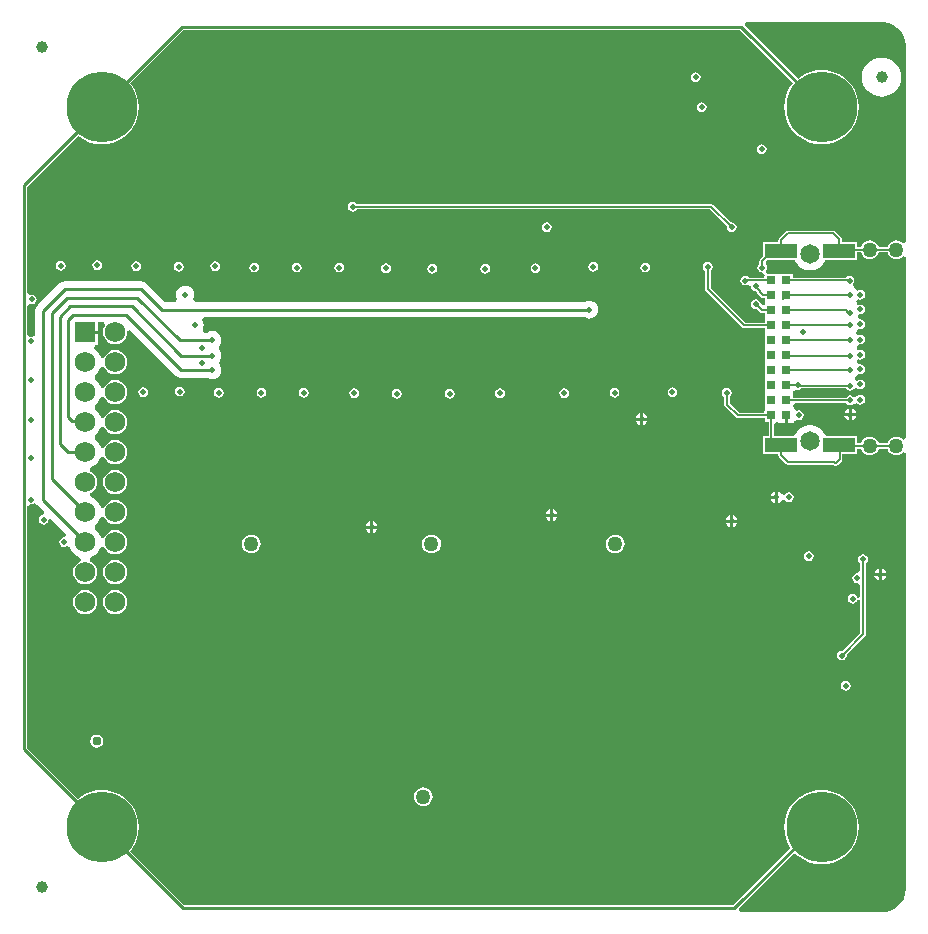
<source format=gbl>
G04*
G04 #@! TF.GenerationSoftware,Altium Limited,Altium Designer,24.1.2 (44)*
G04*
G04 Layer_Physical_Order=4*
G04 Layer_Color=16711680*
%FSLAX44Y44*%
%MOMM*%
G71*
G04*
G04 #@! TF.SameCoordinates,4D670051-7F49-4B36-91F3-1F1B1C4DC3BF*
G04*
G04*
G04 #@! TF.FilePolarity,Positive*
G04*
G01*
G75*
%ADD11C,0.2540*%
%ADD16C,0.1270*%
%ADD60C,1.7400*%
%ADD61R,1.7400X1.7400*%
%ADD62C,1.6510*%
%ADD64C,0.1524*%
%ADD65C,1.0000*%
%ADD66C,0.2390*%
%ADD68C,0.1575*%
%ADD69C,0.7874*%
%ADD70C,1.2700*%
%ADD71C,6.0000*%
%ADD72C,0.5080*%
%ADD73R,0.8000X0.8000*%
%ADD74R,2.7000X1.2000*%
G36*
X361684Y375658D02*
X365481Y374085D01*
X368897Y371803D01*
X371803Y368897D01*
X374085Y365481D01*
X375658Y361684D01*
X376459Y357654D01*
Y355500D01*
X376459Y190359D01*
X373919Y189497D01*
X373784Y189674D01*
X372139Y190936D01*
X370224Y191729D01*
X368168Y192000D01*
X366113Y191729D01*
X364197Y190936D01*
X362552Y189674D01*
X361290Y188029D01*
X360611Y186389D01*
X353119D01*
X352440Y188029D01*
X351178Y189674D01*
X349533Y190936D01*
X347617Y191729D01*
X345562Y192000D01*
X343507Y191729D01*
X341591Y190936D01*
X339946Y189674D01*
X338684Y188029D01*
X338005Y186389D01*
X334524D01*
Y190624D01*
X321831D01*
Y193000D01*
X321653Y193892D01*
X321148Y194648D01*
X316148Y199648D01*
X315392Y200153D01*
X314500Y200331D01*
X276000D01*
X275108Y200153D01*
X274352Y199648D01*
X268852Y194148D01*
X268347Y193392D01*
X268169Y192500D01*
Y190624D01*
X255476D01*
Y178772D01*
X252852Y176148D01*
X252347Y175392D01*
X252169Y174500D01*
Y172330D01*
X251570Y171930D01*
X250672Y170586D01*
X250356Y169000D01*
X250672Y167414D01*
X251570Y166070D01*
X252914Y165172D01*
X254500Y164856D01*
X254746Y164905D01*
X256572Y163021D01*
X256251Y160481D01*
X243230D01*
X242930Y160930D01*
X241586Y161828D01*
X240000Y162144D01*
X238414Y161828D01*
X237070Y160930D01*
X236172Y159586D01*
X235856Y158000D01*
X236172Y156414D01*
X237070Y155070D01*
X238414Y154172D01*
X240000Y153856D01*
X241586Y154172D01*
X242083Y154504D01*
X244671Y153692D01*
X244912Y153279D01*
X244856Y153000D01*
X245172Y151414D01*
X246070Y150070D01*
X247414Y149172D01*
X249000Y148856D01*
X250298Y147657D01*
X250803Y146901D01*
X253902Y143802D01*
X254658Y143297D01*
X255550Y143119D01*
X256776D01*
Y139926D01*
X256776D01*
Y138477D01*
X255776Y137619D01*
X253266Y138050D01*
X253096Y138239D01*
X252828Y139586D01*
X251930Y140930D01*
X250586Y141828D01*
X249000Y142144D01*
X247414Y141828D01*
X246070Y140930D01*
X245172Y139586D01*
X244856Y138000D01*
X245172Y136414D01*
X246070Y135070D01*
X247414Y134172D01*
X249000Y133856D01*
X249707Y133997D01*
X252602Y131102D01*
X253358Y130597D01*
X254250Y130419D01*
X256776D01*
Y127226D01*
X256776D01*
Y125574D01*
X256776D01*
Y122381D01*
X240415D01*
X210831Y151965D01*
Y166170D01*
X211430Y166570D01*
X212328Y167914D01*
X212644Y169500D01*
X212328Y171086D01*
X211430Y172430D01*
X210086Y173328D01*
X208500Y173644D01*
X206914Y173328D01*
X205570Y172430D01*
X204672Y171086D01*
X204356Y169500D01*
X204672Y167914D01*
X205570Y166570D01*
X206169Y166170D01*
Y151000D01*
X206347Y150108D01*
X206852Y149352D01*
X237802Y118402D01*
X238558Y117897D01*
X239450Y117719D01*
X256776D01*
Y114526D01*
X256776D01*
Y112874D01*
X256776D01*
Y101826D01*
X256776D01*
Y100174D01*
X256776D01*
Y89126D01*
X256776D01*
Y87474D01*
X256776D01*
Y76426D01*
X256776D01*
Y74774D01*
X256776D01*
Y64614D01*
X256776Y62074D01*
X256776Y61186D01*
Y51914D01*
X256776Y49374D01*
X256776Y48721D01*
X256209Y46181D01*
X234615D01*
X226831Y53965D01*
Y59670D01*
X227430Y60070D01*
X228328Y61414D01*
X228644Y63000D01*
X228328Y64586D01*
X227430Y65930D01*
X226086Y66828D01*
X224500Y67144D01*
X222914Y66828D01*
X221570Y65930D01*
X220672Y64586D01*
X220356Y63000D01*
X220672Y61414D01*
X221570Y60070D01*
X222169Y59670D01*
Y53000D01*
X222347Y52108D01*
X222852Y51352D01*
X232002Y42202D01*
X232758Y41697D01*
X233650Y41519D01*
X256776D01*
Y38326D01*
X259969D01*
Y26424D01*
X255476D01*
Y11376D01*
X268169D01*
Y10360D01*
X268347Y9468D01*
X268852Y8712D01*
X274712Y2852D01*
X275468Y2347D01*
X276360Y2169D01*
X314035D01*
X314221Y1983D01*
X314977Y1478D01*
X315869Y1301D01*
X317097D01*
X317989Y1478D01*
X318745Y1983D01*
X321648Y4886D01*
X322153Y5642D01*
X322331Y6534D01*
Y11376D01*
X334524D01*
Y15611D01*
X338005D01*
X338684Y13971D01*
X339946Y12326D01*
X341591Y11064D01*
X343507Y10271D01*
X345562Y10000D01*
X347617Y10271D01*
X349533Y11064D01*
X351178Y12326D01*
X352440Y13971D01*
X353119Y15611D01*
X360611D01*
X361290Y13971D01*
X362552Y12326D01*
X364197Y11064D01*
X366113Y10271D01*
X368168Y10000D01*
X370224Y10271D01*
X372139Y11064D01*
X373784Y12326D01*
X373919Y12503D01*
X376459Y11641D01*
X376459Y-355000D01*
X376459Y-355001D01*
X376459Y-355001D01*
X376459Y-355601D01*
Y-357601D01*
X375699Y-361529D01*
X374206Y-365241D01*
X372034Y-368602D01*
X369263Y-371488D01*
X365994Y-373796D01*
X362346Y-375439D01*
X358452Y-376360D01*
X356454Y-376442D01*
X356381Y-376459D01*
X235681D01*
X234629Y-373919D01*
X281429Y-327120D01*
X282440Y-327160D01*
X286213Y-330382D01*
X290444Y-332975D01*
X295028Y-334874D01*
X299853Y-336032D01*
X304800Y-336422D01*
X309747Y-336032D01*
X314572Y-334874D01*
X319156Y-332975D01*
X323387Y-330382D01*
X327160Y-327160D01*
X330382Y-323387D01*
X332975Y-319156D01*
X334874Y-314572D01*
X336032Y-309747D01*
X336422Y-304800D01*
X336032Y-299853D01*
X334874Y-295028D01*
X332975Y-290444D01*
X330382Y-286213D01*
X327160Y-282440D01*
X323387Y-279218D01*
X319156Y-276625D01*
X314572Y-274726D01*
X309747Y-273568D01*
X304800Y-273179D01*
X299853Y-273568D01*
X295028Y-274726D01*
X290444Y-276625D01*
X286213Y-279218D01*
X282440Y-282440D01*
X279218Y-286213D01*
X276625Y-290444D01*
X274726Y-295028D01*
X273568Y-299853D01*
X273179Y-304800D01*
X273568Y-309747D01*
X274726Y-314572D01*
X276625Y-319156D01*
X278415Y-322076D01*
X229840Y-370651D01*
X-234920D01*
X-280584Y-324987D01*
X-279218Y-323387D01*
X-276625Y-319156D01*
X-274726Y-314572D01*
X-273568Y-309747D01*
X-273179Y-304800D01*
X-273568Y-299853D01*
X-274726Y-295028D01*
X-276625Y-290444D01*
X-279218Y-286213D01*
X-282440Y-282440D01*
X-286213Y-279218D01*
X-290444Y-276625D01*
X-295028Y-274726D01*
X-299853Y-273568D01*
X-304800Y-273179D01*
X-309747Y-273568D01*
X-314572Y-274726D01*
X-319156Y-276625D01*
X-323387Y-279218D01*
X-324987Y-280584D01*
X-367991Y-237580D01*
Y-33110D01*
X-367371Y-32530D01*
X-365451Y-31454D01*
X-364500Y-31644D01*
X-362914Y-31328D01*
X-362590Y-31111D01*
X-361344Y-30561D01*
X-359369Y-31708D01*
X-359024Y-32224D01*
X-353353Y-37895D01*
X-353688Y-39171D01*
X-354403Y-40437D01*
X-355586Y-40672D01*
X-356930Y-41570D01*
X-357828Y-42914D01*
X-358144Y-44500D01*
X-357828Y-46086D01*
X-356930Y-47430D01*
X-355586Y-48328D01*
X-354000Y-48644D01*
X-352414Y-48328D01*
X-351070Y-47430D01*
X-350172Y-46086D01*
X-349937Y-44903D01*
X-348671Y-44188D01*
X-347395Y-43853D01*
X-334718Y-56530D01*
X-334792Y-57106D01*
X-336500Y-59356D01*
X-338086Y-59672D01*
X-339430Y-60570D01*
X-340328Y-61914D01*
X-340644Y-63500D01*
X-340328Y-65086D01*
X-339430Y-66430D01*
X-338086Y-67328D01*
X-336500Y-67644D01*
X-334914Y-67328D01*
X-334678Y-67170D01*
X-334117Y-67154D01*
X-331854Y-67929D01*
X-331739Y-68029D01*
X-330737Y-70449D01*
X-328528Y-73328D01*
X-325649Y-75537D01*
X-322721Y-76750D01*
X-322433Y-78071D01*
X-322597Y-79448D01*
X-323856Y-79969D01*
X-325992Y-81608D01*
X-327631Y-83744D01*
X-328661Y-86231D01*
X-329012Y-88900D01*
X-328661Y-91569D01*
X-327631Y-94056D01*
X-325992Y-96192D01*
X-323856Y-97831D01*
X-321369Y-98861D01*
X-318700Y-99212D01*
X-316031Y-98861D01*
X-313544Y-97831D01*
X-311408Y-96192D01*
X-309769Y-94056D01*
X-308739Y-91569D01*
X-308388Y-88900D01*
X-308739Y-86231D01*
X-309769Y-83744D01*
X-311408Y-81608D01*
X-313544Y-79969D01*
X-314803Y-79448D01*
X-314967Y-78071D01*
X-314679Y-76750D01*
X-311751Y-75537D01*
X-308872Y-73328D01*
X-306663Y-70449D01*
X-305450Y-67521D01*
X-304128Y-67233D01*
X-302752Y-67397D01*
X-302231Y-68656D01*
X-300592Y-70792D01*
X-298456Y-72431D01*
X-295969Y-73461D01*
X-293300Y-73812D01*
X-290631Y-73461D01*
X-288144Y-72431D01*
X-286008Y-70792D01*
X-284369Y-68656D01*
X-283339Y-66169D01*
X-282988Y-63500D01*
X-283339Y-60831D01*
X-284369Y-58344D01*
X-286008Y-56208D01*
X-288144Y-54569D01*
X-290631Y-53539D01*
X-293300Y-53188D01*
X-295969Y-53539D01*
X-298456Y-54569D01*
X-300592Y-56208D01*
X-302231Y-58344D01*
X-302752Y-59603D01*
X-304128Y-59767D01*
X-305450Y-59479D01*
X-306663Y-56551D01*
X-308872Y-53672D01*
X-310623Y-52328D01*
X-310685Y-52208D01*
Y-49392D01*
X-310623Y-49272D01*
X-308872Y-47928D01*
X-306663Y-45049D01*
X-305450Y-42121D01*
X-304128Y-41833D01*
X-302752Y-41997D01*
X-302231Y-43256D01*
X-300592Y-45392D01*
X-298456Y-47031D01*
X-295969Y-48061D01*
X-293300Y-48412D01*
X-290631Y-48061D01*
X-288144Y-47031D01*
X-286008Y-45392D01*
X-284369Y-43256D01*
X-283339Y-40769D01*
X-282988Y-38100D01*
X-283339Y-35431D01*
X-284369Y-32944D01*
X-286008Y-30808D01*
X-288144Y-29169D01*
X-290631Y-28139D01*
X-293300Y-27788D01*
X-295969Y-28139D01*
X-298456Y-29169D01*
X-300592Y-30808D01*
X-302231Y-32944D01*
X-302752Y-34203D01*
X-304128Y-34367D01*
X-305450Y-34079D01*
X-306663Y-31151D01*
X-308872Y-28272D01*
X-311751Y-26063D01*
X-314679Y-24850D01*
X-314967Y-23528D01*
X-314803Y-22152D01*
X-313544Y-21631D01*
X-311408Y-19992D01*
X-309769Y-17856D01*
X-308739Y-15369D01*
X-308388Y-12700D01*
X-308739Y-10031D01*
X-309769Y-7544D01*
X-311408Y-5408D01*
X-313544Y-3769D01*
X-314803Y-3248D01*
X-314967Y-1872D01*
X-314679Y-550D01*
X-311751Y663D01*
X-308872Y2872D01*
X-306663Y5751D01*
X-305450Y8679D01*
X-304128Y8967D01*
X-302752Y8803D01*
X-302231Y7544D01*
X-300592Y5408D01*
X-298456Y3769D01*
X-295969Y2739D01*
X-293300Y2388D01*
X-290631Y2739D01*
X-288144Y3769D01*
X-286008Y5408D01*
X-284369Y7544D01*
X-283339Y10031D01*
X-282988Y12700D01*
X-283339Y15369D01*
X-284369Y17856D01*
X-286008Y19992D01*
X-288144Y21631D01*
X-290631Y22661D01*
X-293300Y23012D01*
X-295969Y22661D01*
X-298456Y21631D01*
X-300592Y19992D01*
X-302231Y17856D01*
X-302752Y16597D01*
X-304128Y16433D01*
X-305450Y16721D01*
X-306663Y19649D01*
X-308872Y22528D01*
X-310623Y23872D01*
X-310685Y23992D01*
Y26808D01*
X-310623Y26928D01*
X-308872Y28272D01*
X-306663Y31151D01*
X-305450Y34079D01*
X-304128Y34367D01*
X-302752Y34203D01*
X-302231Y32944D01*
X-300592Y30808D01*
X-298456Y29169D01*
X-295969Y28139D01*
X-293300Y27788D01*
X-290631Y28139D01*
X-288144Y29169D01*
X-286008Y30808D01*
X-284369Y32944D01*
X-283339Y35431D01*
X-282988Y38100D01*
X-283339Y40769D01*
X-284369Y43256D01*
X-286008Y45392D01*
X-288144Y47031D01*
X-290631Y48061D01*
X-293300Y48412D01*
X-295969Y48061D01*
X-298456Y47031D01*
X-300592Y45392D01*
X-302231Y43256D01*
X-302752Y41997D01*
X-304128Y41833D01*
X-305450Y42121D01*
X-306663Y45049D01*
X-308872Y47928D01*
X-310623Y49272D01*
X-310685Y49392D01*
Y52208D01*
X-310623Y52328D01*
X-308872Y53672D01*
X-306663Y56551D01*
X-305450Y59479D01*
X-304128Y59767D01*
X-302752Y59603D01*
X-302231Y58344D01*
X-300592Y56208D01*
X-298456Y54569D01*
X-295969Y53539D01*
X-293300Y53188D01*
X-290631Y53539D01*
X-288144Y54569D01*
X-286008Y56208D01*
X-284369Y58344D01*
X-283339Y60831D01*
X-282988Y63500D01*
X-283339Y66169D01*
X-284369Y68656D01*
X-286008Y70792D01*
X-288144Y72431D01*
X-290631Y73461D01*
X-293300Y73812D01*
X-295969Y73461D01*
X-298456Y72431D01*
X-300592Y70792D01*
X-302231Y68656D01*
X-302752Y67397D01*
X-304128Y67233D01*
X-305450Y67521D01*
X-306663Y70449D01*
X-308872Y73328D01*
X-310623Y74672D01*
X-310685Y74792D01*
Y77608D01*
X-310623Y77728D01*
X-308872Y79072D01*
X-306663Y81951D01*
X-305450Y84879D01*
X-304128Y85167D01*
X-302752Y85003D01*
X-302231Y83744D01*
X-300592Y81608D01*
X-298456Y79969D01*
X-295969Y78939D01*
X-293300Y78588D01*
X-290631Y78939D01*
X-288144Y79969D01*
X-286008Y81608D01*
X-284369Y83744D01*
X-283339Y86231D01*
X-282988Y88900D01*
X-283339Y91569D01*
X-284369Y94056D01*
X-286008Y96192D01*
X-288144Y97831D01*
X-290631Y98861D01*
X-293300Y99212D01*
X-295969Y98861D01*
X-298456Y97831D01*
X-300592Y96192D01*
X-302231Y94056D01*
X-302752Y92797D01*
X-304128Y92633D01*
X-305450Y92921D01*
X-306663Y95849D01*
X-308872Y98728D01*
X-311207Y100520D01*
X-310646Y102899D01*
X-310555Y103060D01*
X-307460D01*
Y113030D01*
X-318700D01*
Y115570D01*
X-307460D01*
Y122470D01*
X-303120D01*
X-301867Y119930D01*
X-302231Y119456D01*
X-303261Y116969D01*
X-303612Y114300D01*
X-303261Y111631D01*
X-302231Y109144D01*
X-300592Y107008D01*
X-298456Y105369D01*
X-295969Y104339D01*
X-293300Y103988D01*
X-290631Y104339D01*
X-288144Y105369D01*
X-286008Y107008D01*
X-284369Y109144D01*
X-283339Y111631D01*
X-282988Y114300D01*
X-283071Y114931D01*
X-280665Y116117D01*
X-242024Y77476D01*
X-239948Y76089D01*
X-237500Y75602D01*
X-215179D01*
X-214843Y75344D01*
X-212989Y74576D01*
X-211000Y74314D01*
X-209011Y74576D01*
X-207157Y75344D01*
X-205565Y76565D01*
X-204344Y78157D01*
X-203576Y80011D01*
X-203314Y82000D01*
X-203576Y83989D01*
X-204344Y85843D01*
X-204807Y86446D01*
X-205329Y88250D01*
X-204807Y90054D01*
X-204344Y90657D01*
X-203576Y92511D01*
X-203314Y94500D01*
X-203576Y96489D01*
X-204344Y98343D01*
X-205565Y99935D01*
X-205048Y102739D01*
X-204344Y103657D01*
X-203576Y105511D01*
X-203314Y107500D01*
X-203576Y109489D01*
X-204344Y111343D01*
X-205565Y112935D01*
X-207157Y114156D01*
X-209011Y114924D01*
X-211000Y115186D01*
X-212989Y114924D01*
X-214843Y114156D01*
X-215179Y113898D01*
X-217876D01*
X-218829Y115365D01*
X-219228Y116438D01*
X-218576Y118011D01*
X-218314Y120000D01*
X-218576Y121989D01*
X-219344Y123843D01*
X-219781Y124412D01*
X-218528Y126952D01*
X103771D01*
X104107Y126694D01*
X105961Y125926D01*
X107950Y125664D01*
X109939Y125926D01*
X111793Y126694D01*
X113385Y127915D01*
X114606Y129507D01*
X115374Y131361D01*
X115636Y133350D01*
X115374Y135339D01*
X114606Y137193D01*
X113385Y138785D01*
X111793Y140006D01*
X109939Y140774D01*
X107950Y141036D01*
X105961Y140774D01*
X104107Y140006D01*
X103771Y139748D01*
X-225991D01*
X-227344Y142157D01*
X-226576Y144011D01*
X-226314Y146000D01*
X-226576Y147989D01*
X-227344Y149843D01*
X-228565Y151435D01*
X-230157Y152656D01*
X-232011Y153424D01*
X-234000Y153686D01*
X-235989Y153424D01*
X-237843Y152656D01*
X-239435Y151435D01*
X-240656Y149843D01*
X-241424Y147989D01*
X-241686Y146000D01*
X-241424Y144011D01*
X-240656Y142157D01*
X-242009Y139748D01*
X-251200D01*
X-266976Y155524D01*
X-269052Y156911D01*
X-271500Y157398D01*
X-271575Y157383D01*
X-271650Y157398D01*
X-336000D01*
X-338448Y156911D01*
X-340524Y155524D01*
X-359024Y137024D01*
X-360411Y134948D01*
X-360898Y132500D01*
Y112036D01*
X-361655Y111395D01*
X-363438Y110432D01*
X-364500Y110644D01*
X-365451Y110454D01*
X-367371Y111530D01*
X-367991Y112110D01*
Y136724D01*
X-365620Y138151D01*
X-365451Y138145D01*
X-364000Y137856D01*
X-362414Y138172D01*
X-361070Y139070D01*
X-360172Y140414D01*
X-359856Y142000D01*
X-360172Y143586D01*
X-361070Y144930D01*
X-362414Y145828D01*
X-364000Y146144D01*
X-365451Y145855D01*
X-365620Y145849D01*
X-367991Y147276D01*
Y237580D01*
X-324987Y280584D01*
X-323387Y279218D01*
X-319156Y276625D01*
X-314572Y274726D01*
X-309747Y273568D01*
X-304800Y273179D01*
X-299853Y273568D01*
X-295028Y274726D01*
X-290444Y276625D01*
X-286213Y279218D01*
X-282440Y282440D01*
X-279218Y286213D01*
X-276625Y290444D01*
X-274726Y295028D01*
X-273568Y299853D01*
X-273179Y304800D01*
X-273568Y309747D01*
X-274726Y314572D01*
X-276625Y319156D01*
X-279218Y323387D01*
X-280584Y324987D01*
X-235420Y370151D01*
X235420D01*
X280584Y324987D01*
X279218Y323387D01*
X276625Y319156D01*
X274726Y314572D01*
X273568Y309747D01*
X273179Y304800D01*
X273568Y299853D01*
X274726Y295028D01*
X276625Y290444D01*
X279218Y286213D01*
X282440Y282440D01*
X286213Y279218D01*
X290444Y276625D01*
X295028Y274726D01*
X299853Y273568D01*
X304800Y273179D01*
X309747Y273568D01*
X314572Y274726D01*
X319156Y276625D01*
X323387Y279218D01*
X327160Y282440D01*
X330382Y286213D01*
X332975Y290444D01*
X334874Y295028D01*
X336032Y299853D01*
X336422Y304800D01*
X336032Y309747D01*
X334874Y314572D01*
X332975Y319156D01*
X330382Y323387D01*
X327160Y327160D01*
X323387Y330382D01*
X319156Y332975D01*
X314572Y334874D01*
X309747Y336032D01*
X304800Y336422D01*
X299853Y336032D01*
X295028Y334874D01*
X290444Y332975D01*
X286213Y330382D01*
X284613Y329016D01*
X239711Y373917D01*
X240763Y376457D01*
X355600Y376459D01*
X357654D01*
X361684Y375658D01*
D02*
G37*
G36*
X361290Y180087D02*
X362552Y178442D01*
X364197Y177180D01*
X366113Y176387D01*
X368168Y176116D01*
X370224Y176387D01*
X372139Y177180D01*
X373784Y178442D01*
X373919Y178619D01*
X376459Y177757D01*
X376459Y24243D01*
X373919Y23381D01*
X373784Y23558D01*
X372139Y24820D01*
X370224Y25613D01*
X368168Y25884D01*
X366113Y25613D01*
X364197Y24820D01*
X362552Y23558D01*
X361290Y21913D01*
X360611Y20273D01*
X353119D01*
X352440Y21913D01*
X351178Y23558D01*
X349533Y24820D01*
X347617Y25613D01*
X345562Y25884D01*
X343507Y25613D01*
X341591Y24820D01*
X339946Y23558D01*
X338684Y21913D01*
X338005Y20273D01*
X334524D01*
Y26424D01*
X310168D01*
X307761Y26779D01*
X307580Y27217D01*
X307555Y27242D01*
X307554Y27277D01*
X307355Y27707D01*
X307330Y27731D01*
X307327Y27765D01*
X307112Y28187D01*
X307086Y28210D01*
X307082Y28245D01*
X306850Y28658D01*
X306823Y28679D01*
X306817Y28714D01*
X306570Y29118D01*
X306542Y29138D01*
X306535Y29172D01*
X306271Y29566D01*
X306243Y29586D01*
X306234Y29619D01*
X305956Y30003D01*
X305926Y30021D01*
X305917Y30055D01*
X305623Y30427D01*
X305593Y30444D01*
X305582Y30477D01*
X305275Y30837D01*
X305244Y30853D01*
X305232Y30885D01*
X304910Y31233D01*
X304878Y31248D01*
X304865Y31280D01*
X304530Y31615D01*
X304498Y31628D01*
X304483Y31660D01*
X304135Y31982D01*
X304103Y31994D01*
X304087Y32025D01*
X303727Y32332D01*
X303694Y32343D01*
X303677Y32373D01*
X303305Y32667D01*
X303271Y32676D01*
X303253Y32706D01*
X302869Y32985D01*
X302836Y32993D01*
X302816Y33022D01*
X302422Y33285D01*
X302388Y33292D01*
X302368Y33320D01*
X301964Y33567D01*
X301929Y33573D01*
X301908Y33600D01*
X301494Y33832D01*
X301460Y33836D01*
X301437Y33862D01*
X301015Y34077D01*
X300980Y34080D01*
X300957Y34106D01*
X300527Y34304D01*
X300492Y34305D01*
X300467Y34330D01*
X300029Y34511D01*
X299995D01*
X299969Y34535D01*
X299524Y34699D01*
X299490Y34697D01*
X299463Y34720D01*
X299013Y34866D01*
X298978Y34864D01*
X298951Y34885D01*
X298495Y35014D01*
X298460Y35010D01*
X298432Y35030D01*
X297971Y35141D01*
X297937Y35136D01*
X297908Y35155D01*
X297443Y35247D01*
X297409Y35240D01*
X297379Y35259D01*
X296911Y35333D01*
X296877Y35325D01*
X296847Y35342D01*
X296376Y35397D01*
X296343Y35388D01*
X296312Y35404D01*
X295840Y35441D01*
X295807Y35430D01*
X295775Y35445D01*
X295302Y35463D01*
X295269Y35451D01*
X295237Y35464D01*
X294763D01*
X294731Y35451D01*
X294698Y35463D01*
X294225Y35445D01*
X294193Y35430D01*
X294160Y35441D01*
X293688Y35404D01*
X293657Y35388D01*
X293623Y35397D01*
X293153Y35342D01*
X293122Y35325D01*
X293088Y35333D01*
X292620Y35259D01*
X292591Y35240D01*
X292557Y35247D01*
X292092Y35155D01*
X292063Y35136D01*
X292029Y35141D01*
X291568Y35030D01*
X291540Y35010D01*
X291505Y35014D01*
X291049Y34885D01*
X291022Y34864D01*
X290987Y34866D01*
X290536Y34720D01*
X290510Y34697D01*
X290475Y34699D01*
X290031Y34535D01*
X290005Y34511D01*
X289970D01*
X289533Y34330D01*
X289508Y34305D01*
X289473Y34304D01*
X289043Y34106D01*
X289019Y34080D01*
X288985Y34077D01*
X288563Y33862D01*
X288540Y33836D01*
X288505Y33832D01*
X288092Y33600D01*
X288070Y33573D01*
X288036Y33567D01*
X287632Y33320D01*
X287612Y33292D01*
X287577Y33285D01*
X287183Y33022D01*
X287164Y32993D01*
X287130Y32985D01*
X286747Y32706D01*
X286729Y32676D01*
X286695Y32667D01*
X286323Y32373D01*
X286306Y32343D01*
X286273Y32332D01*
X285913Y32025D01*
X285897Y31994D01*
X285864Y31982D01*
X285516Y31660D01*
X285502Y31628D01*
X285470Y31615D01*
X285135Y31280D01*
X285121Y31248D01*
X285090Y31233D01*
X284768Y30885D01*
X284756Y30853D01*
X284725Y30837D01*
X284417Y30477D01*
X284407Y30444D01*
X284376Y30427D01*
X284083Y30055D01*
X284074Y30021D01*
X284044Y30003D01*
X283765Y29620D01*
X283757Y29586D01*
X283728Y29566D01*
X283465Y29172D01*
X283458Y29138D01*
X283430Y29118D01*
X283183Y28714D01*
X283177Y28679D01*
X283150Y28658D01*
X282918Y28245D01*
X282914Y28210D01*
X282888Y28187D01*
X282673Y27765D01*
X282670Y27731D01*
X282644Y27707D01*
X282446Y27277D01*
X282444Y27242D01*
X282420Y27217D01*
X282239Y26779D01*
X279831Y26424D01*
X264631D01*
Y36616D01*
X264826Y36811D01*
X267171Y37928D01*
X268460Y37310D01*
X269943Y37310D01*
X273730D01*
Y43850D01*
X276270D01*
Y37310D01*
X281540D01*
Y38703D01*
X283853Y40134D01*
X284080Y40139D01*
X285500Y39856D01*
X287086Y40172D01*
X288430Y41070D01*
X289328Y42414D01*
X289644Y44000D01*
X289328Y45586D01*
X288430Y46930D01*
X287086Y47828D01*
X285500Y48144D01*
X284080Y47861D01*
X283853Y47866D01*
X281540Y49296D01*
Y50390D01*
X280884Y51759D01*
X281816Y53801D01*
X282313Y54299D01*
X312781D01*
X313432Y54169D01*
X325670D01*
X326070Y53570D01*
X327414Y52672D01*
X329000Y52356D01*
X330586Y52672D01*
X331874Y53533D01*
X331930Y53570D01*
X334482Y54053D01*
X334996Y53785D01*
X335914Y53172D01*
X337500Y52856D01*
X339086Y53172D01*
X340430Y54070D01*
X341328Y55414D01*
X341644Y57000D01*
X341328Y58586D01*
X340430Y59930D01*
X339086Y60828D01*
X337500Y61144D01*
X335914Y60828D01*
X334626Y59967D01*
X334570Y59930D01*
X332018Y59447D01*
X331504Y59715D01*
X330586Y60328D01*
X329000Y60644D01*
X327414Y60328D01*
X326070Y59430D01*
X325670Y58831D01*
X313432D01*
X312781Y58701D01*
X280657D01*
X280524Y61241D01*
X280524Y63726D01*
Y64214D01*
X282868Y65643D01*
X283064Y65642D01*
X284500Y65356D01*
X286086Y65672D01*
X287430Y66570D01*
X287583Y66799D01*
X314281D01*
X314932Y66669D01*
X325670D01*
X326070Y66070D01*
X327414Y65172D01*
X329000Y64856D01*
X330586Y65172D01*
X331930Y66070D01*
X332057Y66260D01*
X334246Y66966D01*
X335158Y66677D01*
X335914Y66172D01*
X337500Y65856D01*
X339086Y66172D01*
X340430Y67070D01*
X341328Y68414D01*
X341644Y70000D01*
X341328Y71586D01*
X340430Y72930D01*
X339086Y73828D01*
X337500Y74144D01*
X335914Y73828D01*
X334570Y72930D01*
X333306Y73480D01*
X333472Y76210D01*
X333935Y76565D01*
X335156Y78157D01*
X335528Y79054D01*
X335914Y79172D01*
X337500Y78856D01*
X339086Y79172D01*
X340430Y80070D01*
X341328Y81414D01*
X341644Y83000D01*
X341328Y84586D01*
X340430Y85930D01*
X339086Y86828D01*
X337500Y87144D01*
X336251Y86895D01*
X335584Y87308D01*
X334772Y90156D01*
X335156Y90657D01*
X335291Y90983D01*
X335914Y91172D01*
X337500Y90856D01*
X339086Y91172D01*
X340430Y92070D01*
X341328Y93414D01*
X341644Y95000D01*
X341328Y96586D01*
X340430Y97930D01*
X339086Y98828D01*
X337500Y99144D01*
X336029Y98851D01*
X335422Y99313D01*
X334697Y100027D01*
X334966Y102816D01*
X336574Y104041D01*
X337500Y103856D01*
X339086Y104172D01*
X340430Y105070D01*
X341328Y106414D01*
X341644Y108000D01*
X341328Y109586D01*
X340430Y110930D01*
X339086Y111828D01*
X337500Y112144D01*
X335914Y111828D01*
X334179Y113723D01*
X334171Y113750D01*
X334693Y115554D01*
X335156Y116157D01*
X335528Y117055D01*
X335914Y117172D01*
X337500Y116856D01*
X339086Y117172D01*
X340430Y118070D01*
X341328Y119414D01*
X341644Y121000D01*
X341328Y122586D01*
X340430Y123930D01*
X339086Y124828D01*
X337500Y125144D01*
X337142Y125072D01*
X336462Y125615D01*
X335432Y127322D01*
X335924Y128511D01*
X337190Y129418D01*
X337500Y129356D01*
X339086Y129672D01*
X340430Y130570D01*
X341328Y131914D01*
X341644Y133500D01*
X341328Y135086D01*
X340430Y136430D01*
X339086Y137328D01*
X337500Y137644D01*
X335914Y137328D01*
X335599Y137118D01*
X334793Y137522D01*
X334422Y138620D01*
X334290Y140528D01*
X335156Y141657D01*
X335291Y141983D01*
X335914Y142172D01*
X337500Y141856D01*
X339086Y142172D01*
X340430Y143070D01*
X341328Y144414D01*
X341644Y146000D01*
X341328Y147586D01*
X340430Y148930D01*
X339086Y149828D01*
X337500Y150144D01*
X335914Y149828D01*
X335178Y149336D01*
X335156Y149343D01*
X333935Y150935D01*
X332343Y152156D01*
X331909Y152336D01*
X331451Y154952D01*
X331542Y155237D01*
X332328Y156414D01*
X332644Y158000D01*
X332328Y159586D01*
X331430Y160930D01*
X330086Y161828D01*
X328500Y162144D01*
X326914Y161828D01*
X325570Y160930D01*
X325270Y160481D01*
X280524D01*
Y163674D01*
X269476D01*
Y163674D01*
X267824D01*
Y163674D01*
X258416D01*
X257694Y165430D01*
X257526Y166214D01*
X258328Y167414D01*
X258644Y169000D01*
X258328Y170586D01*
X257430Y171930D01*
X257822Y174526D01*
X258872Y175576D01*
X279831D01*
X282239Y175221D01*
X282420Y174783D01*
X282444Y174758D01*
X282446Y174723D01*
X282644Y174293D01*
X282670Y174270D01*
X282673Y174235D01*
X282888Y173813D01*
X282914Y173790D01*
X282918Y173755D01*
X283150Y173342D01*
X283177Y173321D01*
X283183Y173286D01*
X283430Y172882D01*
X283458Y172862D01*
X283465Y172827D01*
X283728Y172434D01*
X283757Y172414D01*
X283765Y172381D01*
X284044Y171997D01*
X284074Y171979D01*
X284083Y171945D01*
X284376Y171573D01*
X284407Y171556D01*
X284417Y171523D01*
X284725Y171163D01*
X284756Y171147D01*
X284768Y171115D01*
X285090Y170767D01*
X285121Y170752D01*
X285135Y170720D01*
X285470Y170385D01*
X285502Y170371D01*
X285516Y170340D01*
X285864Y170018D01*
X285897Y170006D01*
X285913Y169975D01*
X286273Y169667D01*
X286306Y169657D01*
X286323Y169627D01*
X286695Y169333D01*
X286729Y169324D01*
X286747Y169294D01*
X287130Y169015D01*
X287164Y169007D01*
X287183Y168978D01*
X287577Y168715D01*
X287612Y168708D01*
X287632Y168680D01*
X288036Y168433D01*
X288070Y168427D01*
X288092Y168400D01*
X288505Y168168D01*
X288540Y168164D01*
X288563Y168138D01*
X288985Y167923D01*
X289019Y167920D01*
X289043Y167894D01*
X289473Y167696D01*
X289508Y167695D01*
X289533Y167670D01*
X289970Y167489D01*
X290005D01*
X290031Y167465D01*
X290475Y167301D01*
X290510Y167302D01*
X290536Y167280D01*
X290987Y167134D01*
X291022Y167136D01*
X291049Y167115D01*
X291505Y166986D01*
X291540Y166990D01*
X291568Y166970D01*
X292029Y166859D01*
X292063Y166864D01*
X292092Y166845D01*
X292557Y166753D01*
X292591Y166759D01*
X292620Y166741D01*
X293088Y166667D01*
X293122Y166675D01*
X293153Y166658D01*
X293623Y166603D01*
X293657Y166612D01*
X293688Y166596D01*
X294160Y166559D01*
X294193Y166570D01*
X294225Y166555D01*
X294698Y166537D01*
X294731Y166549D01*
X294763Y166535D01*
X295237D01*
X295269Y166549D01*
X295302Y166537D01*
X295775Y166555D01*
X295807Y166570D01*
X295840Y166559D01*
X296312Y166596D01*
X296343Y166612D01*
X296376Y166603D01*
X296847Y166658D01*
X296877Y166675D01*
X296911Y166667D01*
X297379Y166741D01*
X297409Y166759D01*
X297443Y166753D01*
X297908Y166845D01*
X297937Y166864D01*
X297971Y166859D01*
X298432Y166970D01*
X298460Y166990D01*
X298495Y166986D01*
X298951Y167115D01*
X298978Y167136D01*
X299013Y167134D01*
X299463Y167280D01*
X299490Y167302D01*
X299524Y167301D01*
X299969Y167465D01*
X299995Y167489D01*
X300029D01*
X300467Y167670D01*
X300492Y167695D01*
X300527Y167696D01*
X300957Y167894D01*
X300980Y167920D01*
X301015Y167923D01*
X301437Y168138D01*
X301460Y168164D01*
X301494Y168168D01*
X301908Y168400D01*
X301929Y168427D01*
X301964Y168433D01*
X302368Y168680D01*
X302388Y168708D01*
X302422Y168715D01*
X302816Y168978D01*
X302836Y169007D01*
X302869Y169015D01*
X303253Y169294D01*
X303271Y169324D01*
X303305Y169333D01*
X303677Y169627D01*
X303694Y169657D01*
X303727Y169667D01*
X304087Y169975D01*
X304103Y170006D01*
X304135Y170018D01*
X304483Y170340D01*
X304498Y170371D01*
X304530Y170385D01*
X304865Y170720D01*
X304878Y170752D01*
X304910Y170767D01*
X305232Y171115D01*
X305244Y171147D01*
X305275Y171163D01*
X305582Y171523D01*
X305593Y171556D01*
X305623Y171573D01*
X305917Y171945D01*
X305926Y171979D01*
X305956Y171997D01*
X306234Y172381D01*
X306243Y172414D01*
X306271Y172434D01*
X306535Y172827D01*
X306542Y172862D01*
X306570Y172882D01*
X306817Y173286D01*
X306823Y173321D01*
X306850Y173342D01*
X307082Y173755D01*
X307086Y173790D01*
X307112Y173813D01*
X307327Y174235D01*
X307330Y174270D01*
X307355Y174293D01*
X307554Y174723D01*
X307555Y174758D01*
X307580Y174783D01*
X307761Y175221D01*
X310168Y175576D01*
X334524D01*
Y181727D01*
X338005D01*
X338684Y180087D01*
X339946Y178442D01*
X341591Y177180D01*
X343507Y176387D01*
X345562Y176116D01*
X347617Y176387D01*
X349533Y177180D01*
X351178Y178442D01*
X352440Y180087D01*
X353119Y181727D01*
X360611D01*
X361290Y180087D01*
D02*
G37*
%LPC*%
G36*
X198120Y334344D02*
X196534Y334028D01*
X195190Y333130D01*
X194292Y331786D01*
X193976Y330200D01*
X194292Y328614D01*
X195190Y327270D01*
X196534Y326372D01*
X198120Y326056D01*
X199706Y326372D01*
X201050Y327270D01*
X201948Y328614D01*
X202264Y330200D01*
X201948Y331786D01*
X201050Y333130D01*
X199706Y334028D01*
X198120Y334344D01*
D02*
G37*
G36*
X355600Y346804D02*
X352361Y346485D01*
X349246Y345540D01*
X346375Y344006D01*
X343859Y341941D01*
X341794Y339425D01*
X340260Y336554D01*
X339315Y333439D01*
X338996Y330200D01*
X339315Y326961D01*
X340260Y323846D01*
X341794Y320975D01*
X343859Y318459D01*
X346375Y316394D01*
X349246Y314860D01*
X352361Y313915D01*
X355600Y313596D01*
X358839Y313915D01*
X361954Y314860D01*
X364825Y316394D01*
X367341Y318459D01*
X369406Y320975D01*
X370940Y323846D01*
X371885Y326961D01*
X372204Y330200D01*
X371885Y333439D01*
X370940Y336554D01*
X369406Y339425D01*
X367341Y341941D01*
X364825Y344006D01*
X361954Y345540D01*
X358839Y346485D01*
X355600Y346804D01*
D02*
G37*
G36*
X203200Y308944D02*
X201614Y308628D01*
X200270Y307730D01*
X199372Y306386D01*
X199056Y304800D01*
X199372Y303214D01*
X200270Y301870D01*
X201614Y300972D01*
X203200Y300656D01*
X204786Y300972D01*
X206130Y301870D01*
X207028Y303214D01*
X207344Y304800D01*
X207028Y306386D01*
X206130Y307730D01*
X204786Y308628D01*
X203200Y308944D01*
D02*
G37*
G36*
X254000Y273384D02*
X252414Y273068D01*
X251070Y272170D01*
X250172Y270826D01*
X249856Y269240D01*
X250172Y267654D01*
X251070Y266310D01*
X252414Y265412D01*
X254000Y265096D01*
X255586Y265412D01*
X256930Y266310D01*
X257828Y267654D01*
X258144Y269240D01*
X257828Y270826D01*
X256930Y272170D01*
X255586Y273068D01*
X254000Y273384D01*
D02*
G37*
G36*
X-92000Y224644D02*
X-93586Y224328D01*
X-94930Y223430D01*
X-95828Y222086D01*
X-96144Y220500D01*
X-95828Y218914D01*
X-94930Y217570D01*
X-93586Y216672D01*
X-92000Y216356D01*
X-90414Y216672D01*
X-89070Y217570D01*
X-88670Y218169D01*
X210335D01*
X224597Y203907D01*
X224456Y203200D01*
X224772Y201614D01*
X225670Y200270D01*
X227014Y199372D01*
X228600Y199056D01*
X230186Y199372D01*
X231530Y200270D01*
X232428Y201614D01*
X232744Y203200D01*
X232428Y204786D01*
X231530Y206130D01*
X230186Y207028D01*
X228600Y207344D01*
X227893Y207203D01*
X212948Y222148D01*
X212192Y222653D01*
X211300Y222831D01*
X-88670D01*
X-89070Y223430D01*
X-90414Y224328D01*
X-92000Y224644D01*
D02*
G37*
G36*
X72000Y207144D02*
X70414Y206828D01*
X69070Y205930D01*
X68172Y204586D01*
X67856Y203000D01*
X68172Y201414D01*
X69070Y200070D01*
X70414Y199172D01*
X72000Y198856D01*
X73586Y199172D01*
X74930Y200070D01*
X75828Y201414D01*
X76144Y203000D01*
X75828Y204586D01*
X74930Y205930D01*
X73586Y206828D01*
X72000Y207144D01*
D02*
G37*
G36*
X-308500Y175144D02*
X-310086Y174828D01*
X-311430Y173930D01*
X-312328Y172586D01*
X-312644Y171000D01*
X-312328Y169414D01*
X-311430Y168070D01*
X-310086Y167172D01*
X-308500Y166856D01*
X-306914Y167172D01*
X-305570Y168070D01*
X-304672Y169414D01*
X-304356Y171000D01*
X-304672Y172586D01*
X-305570Y173930D01*
X-306914Y174828D01*
X-308500Y175144D01*
D02*
G37*
G36*
X-339500Y174644D02*
X-341086Y174328D01*
X-342430Y173430D01*
X-343328Y172086D01*
X-343644Y170500D01*
X-343328Y168914D01*
X-342430Y167570D01*
X-341086Y166672D01*
X-339500Y166356D01*
X-337914Y166672D01*
X-336570Y167570D01*
X-335672Y168914D01*
X-335356Y170500D01*
X-335672Y172086D01*
X-336570Y173430D01*
X-337914Y174328D01*
X-339500Y174644D01*
D02*
G37*
G36*
X-275500Y174144D02*
X-277086Y173828D01*
X-278430Y172930D01*
X-279328Y171586D01*
X-279644Y170000D01*
X-279328Y168414D01*
X-278430Y167070D01*
X-277086Y166172D01*
X-275500Y165856D01*
X-273914Y166172D01*
X-272570Y167070D01*
X-271672Y168414D01*
X-271356Y170000D01*
X-271672Y171586D01*
X-272570Y172930D01*
X-273914Y173828D01*
X-275500Y174144D01*
D02*
G37*
G36*
X-208500Y174144D02*
X-210086Y173828D01*
X-211430Y172930D01*
X-212328Y171586D01*
X-212644Y170000D01*
X-212328Y168414D01*
X-211430Y167070D01*
X-210086Y166172D01*
X-208500Y165856D01*
X-206914Y166172D01*
X-205570Y167070D01*
X-204672Y168414D01*
X-204356Y170000D01*
X-204672Y171586D01*
X-205570Y172930D01*
X-206914Y173828D01*
X-208500Y174144D01*
D02*
G37*
G36*
X111500Y173644D02*
X109914Y173328D01*
X108570Y172430D01*
X107672Y171086D01*
X107356Y169500D01*
X107672Y167914D01*
X108570Y166570D01*
X109914Y165672D01*
X111500Y165356D01*
X113086Y165672D01*
X114430Y166570D01*
X115328Y167914D01*
X115644Y169500D01*
X115328Y171086D01*
X114430Y172430D01*
X113086Y173328D01*
X111500Y173644D01*
D02*
G37*
G36*
X-239500D02*
X-241086Y173328D01*
X-242430Y172430D01*
X-243328Y171086D01*
X-243644Y169500D01*
X-243328Y167914D01*
X-242430Y166570D01*
X-241086Y165672D01*
X-239500Y165356D01*
X-237914Y165672D01*
X-236570Y166570D01*
X-235672Y167914D01*
X-235356Y169500D01*
X-235672Y171086D01*
X-236570Y172430D01*
X-237914Y173328D01*
X-239500Y173644D01*
D02*
G37*
G36*
X155500Y173144D02*
X153914Y172828D01*
X152570Y171930D01*
X151672Y170586D01*
X151356Y169000D01*
X151672Y167414D01*
X152570Y166070D01*
X153914Y165172D01*
X155500Y164856D01*
X157086Y165172D01*
X158430Y166070D01*
X159328Y167414D01*
X159644Y169000D01*
X159328Y170586D01*
X158430Y171930D01*
X157086Y172828D01*
X155500Y173144D01*
D02*
G37*
G36*
X-103500D02*
X-105086Y172828D01*
X-106430Y171930D01*
X-107328Y170586D01*
X-107644Y169000D01*
X-107328Y167414D01*
X-106430Y166070D01*
X-105086Y165172D01*
X-103500Y164856D01*
X-101914Y165172D01*
X-100570Y166070D01*
X-99672Y167414D01*
X-99356Y169000D01*
X-99672Y170586D01*
X-100570Y171930D01*
X-101914Y172828D01*
X-103500Y173144D01*
D02*
G37*
G36*
X-139500D02*
X-141086Y172828D01*
X-142430Y171930D01*
X-143328Y170586D01*
X-143644Y169000D01*
X-143328Y167414D01*
X-142430Y166070D01*
X-141086Y165172D01*
X-139500Y164856D01*
X-137914Y165172D01*
X-136570Y166070D01*
X-135672Y167414D01*
X-135356Y169000D01*
X-135672Y170586D01*
X-136570Y171930D01*
X-137914Y172828D01*
X-139500Y173144D01*
D02*
G37*
G36*
X-175500D02*
X-177086Y172828D01*
X-178430Y171930D01*
X-179328Y170586D01*
X-179644Y169000D01*
X-179328Y167414D01*
X-178430Y166070D01*
X-177086Y165172D01*
X-175500Y164856D01*
X-173914Y165172D01*
X-172570Y166070D01*
X-171672Y167414D01*
X-171356Y169000D01*
X-171672Y170586D01*
X-172570Y171930D01*
X-173914Y172828D01*
X-175500Y173144D01*
D02*
G37*
G36*
X62500Y172644D02*
X60914Y172328D01*
X59570Y171430D01*
X58672Y170086D01*
X58356Y168500D01*
X58672Y166914D01*
X59570Y165570D01*
X60914Y164672D01*
X62500Y164356D01*
X64086Y164672D01*
X65430Y165570D01*
X66328Y166914D01*
X66644Y168500D01*
X66328Y170086D01*
X65430Y171430D01*
X64086Y172328D01*
X62500Y172644D01*
D02*
G37*
G36*
X-64000D02*
X-65586Y172328D01*
X-66930Y171430D01*
X-67828Y170086D01*
X-68144Y168500D01*
X-67828Y166914D01*
X-66930Y165570D01*
X-65586Y164672D01*
X-64000Y164356D01*
X-62414Y164672D01*
X-61070Y165570D01*
X-60172Y166914D01*
X-59856Y168500D01*
X-60172Y170086D01*
X-61070Y171430D01*
X-62414Y172328D01*
X-64000Y172644D01*
D02*
G37*
G36*
X20000Y172144D02*
X18414Y171828D01*
X17070Y170930D01*
X16172Y169586D01*
X15856Y168000D01*
X16172Y166414D01*
X17070Y165070D01*
X18414Y164172D01*
X20000Y163856D01*
X21586Y164172D01*
X22930Y165070D01*
X23828Y166414D01*
X24144Y168000D01*
X23828Y169586D01*
X22930Y170930D01*
X21586Y171828D01*
X20000Y172144D01*
D02*
G37*
G36*
X-25000D02*
X-26586Y171828D01*
X-27930Y170930D01*
X-28828Y169586D01*
X-29144Y168000D01*
X-28828Y166414D01*
X-27930Y165070D01*
X-26586Y164172D01*
X-25000Y163856D01*
X-23414Y164172D01*
X-22070Y165070D01*
X-21172Y166414D01*
X-20856Y168000D01*
X-21172Y169586D01*
X-22070Y170930D01*
X-23414Y171828D01*
X-25000Y172144D01*
D02*
G37*
G36*
X-238500Y68144D02*
X-240086Y67828D01*
X-241430Y66930D01*
X-242328Y65586D01*
X-242644Y64000D01*
X-242328Y62414D01*
X-241430Y61070D01*
X-240086Y60172D01*
X-238500Y59856D01*
X-236914Y60172D01*
X-235570Y61070D01*
X-234672Y62414D01*
X-234356Y64000D01*
X-234672Y65586D01*
X-235570Y66930D01*
X-236914Y67828D01*
X-238500Y68144D01*
D02*
G37*
G36*
X178500Y67644D02*
X176914Y67328D01*
X175570Y66430D01*
X174672Y65086D01*
X174356Y63500D01*
X174672Y61914D01*
X175570Y60570D01*
X176914Y59672D01*
X178500Y59356D01*
X180086Y59672D01*
X181430Y60570D01*
X182328Y61914D01*
X182644Y63500D01*
X182328Y65086D01*
X181430Y66430D01*
X180086Y67328D01*
X178500Y67644D01*
D02*
G37*
G36*
X-269500D02*
X-271086Y67328D01*
X-272430Y66430D01*
X-273328Y65086D01*
X-273644Y63500D01*
X-273328Y61914D01*
X-272430Y60570D01*
X-271086Y59672D01*
X-269500Y59356D01*
X-267914Y59672D01*
X-266570Y60570D01*
X-265672Y61914D01*
X-265356Y63500D01*
X-265672Y65086D01*
X-266570Y66430D01*
X-267914Y67328D01*
X-269500Y67644D01*
D02*
G37*
G36*
X129500Y67144D02*
X127914Y66828D01*
X126570Y65930D01*
X125672Y64586D01*
X125356Y63000D01*
X125672Y61414D01*
X126570Y60070D01*
X127914Y59172D01*
X129500Y58856D01*
X131086Y59172D01*
X132430Y60070D01*
X133328Y61414D01*
X133644Y63000D01*
X133328Y64586D01*
X132430Y65930D01*
X131086Y66828D01*
X129500Y67144D01*
D02*
G37*
G36*
X-133500D02*
X-135086Y66828D01*
X-136430Y65930D01*
X-137328Y64586D01*
X-137644Y63000D01*
X-137328Y61414D01*
X-136430Y60070D01*
X-135086Y59172D01*
X-133500Y58856D01*
X-131914Y59172D01*
X-130570Y60070D01*
X-129672Y61414D01*
X-129356Y63000D01*
X-129672Y64586D01*
X-130570Y65930D01*
X-131914Y66828D01*
X-133500Y67144D01*
D02*
G37*
G36*
X-169500D02*
X-171086Y66828D01*
X-172430Y65930D01*
X-173328Y64586D01*
X-173644Y63000D01*
X-173328Y61414D01*
X-172430Y60070D01*
X-171086Y59172D01*
X-169500Y58856D01*
X-167914Y59172D01*
X-166570Y60070D01*
X-165672Y61414D01*
X-165356Y63000D01*
X-165672Y64586D01*
X-166570Y65930D01*
X-167914Y66828D01*
X-169500Y67144D01*
D02*
G37*
G36*
X-205500D02*
X-207086Y66828D01*
X-208430Y65930D01*
X-209328Y64586D01*
X-209644Y63000D01*
X-209328Y61414D01*
X-208430Y60070D01*
X-207086Y59172D01*
X-205500Y58856D01*
X-203914Y59172D01*
X-202570Y60070D01*
X-201672Y61414D01*
X-201356Y63000D01*
X-201672Y64586D01*
X-202570Y65930D01*
X-203914Y66828D01*
X-205500Y67144D01*
D02*
G37*
G36*
X87000Y66644D02*
X85414Y66328D01*
X84070Y65430D01*
X83172Y64086D01*
X82856Y62500D01*
X83172Y60914D01*
X84070Y59570D01*
X85414Y58672D01*
X87000Y58356D01*
X88586Y58672D01*
X89930Y59570D01*
X90828Y60914D01*
X91144Y62500D01*
X90828Y64086D01*
X89930Y65430D01*
X88586Y66328D01*
X87000Y66644D01*
D02*
G37*
G36*
X32500D02*
X30914Y66328D01*
X29570Y65430D01*
X28672Y64086D01*
X28356Y62500D01*
X28672Y60914D01*
X29570Y59570D01*
X30914Y58672D01*
X32500Y58356D01*
X34086Y58672D01*
X35430Y59570D01*
X36328Y60914D01*
X36644Y62500D01*
X36328Y64086D01*
X35430Y65430D01*
X34086Y66328D01*
X32500Y66644D01*
D02*
G37*
G36*
X-91000D02*
X-92586Y66328D01*
X-93930Y65430D01*
X-94828Y64086D01*
X-95144Y62500D01*
X-94828Y60914D01*
X-93930Y59570D01*
X-92586Y58672D01*
X-91000Y58356D01*
X-89414Y58672D01*
X-88070Y59570D01*
X-87172Y60914D01*
X-86856Y62500D01*
X-87172Y64086D01*
X-88070Y65430D01*
X-89414Y66328D01*
X-91000Y66644D01*
D02*
G37*
G36*
X-10000Y66144D02*
X-11586Y65828D01*
X-12930Y64930D01*
X-13828Y63586D01*
X-14144Y62000D01*
X-13828Y60414D01*
X-12930Y59070D01*
X-11586Y58172D01*
X-10000Y57856D01*
X-8414Y58172D01*
X-7070Y59070D01*
X-6172Y60414D01*
X-5856Y62000D01*
X-6172Y63586D01*
X-7070Y64930D01*
X-8414Y65828D01*
X-10000Y66144D01*
D02*
G37*
G36*
X-55000D02*
X-56586Y65828D01*
X-57930Y64930D01*
X-58828Y63586D01*
X-59144Y62000D01*
X-58828Y60414D01*
X-57930Y59070D01*
X-56586Y58172D01*
X-55000Y57856D01*
X-53414Y58172D01*
X-52070Y59070D01*
X-51172Y60414D01*
X-50856Y62000D01*
X-51172Y63586D01*
X-52070Y64930D01*
X-53414Y65828D01*
X-55000Y66144D01*
D02*
G37*
G36*
X153670Y45567D02*
Y41910D01*
X157327D01*
X157185Y42622D01*
X156062Y44303D01*
X154382Y45425D01*
X153670Y45567D01*
D02*
G37*
G36*
X151130D02*
X150418Y45425D01*
X148737Y44303D01*
X147615Y42622D01*
X147473Y41910D01*
X151130D01*
Y45567D01*
D02*
G37*
G36*
X157327Y39370D02*
X153670D01*
Y35713D01*
X154382Y35855D01*
X156062Y36978D01*
X157185Y38658D01*
X157327Y39370D01*
D02*
G37*
G36*
X151130D02*
X147473D01*
X147615Y38658D01*
X148737Y36978D01*
X150418Y35855D01*
X151130Y35713D01*
Y39370D01*
D02*
G37*
G36*
X-293300Y-2388D02*
X-295969Y-2739D01*
X-298456Y-3769D01*
X-300592Y-5408D01*
X-302231Y-7544D01*
X-303261Y-10031D01*
X-303612Y-12700D01*
X-303261Y-15369D01*
X-302231Y-17856D01*
X-300592Y-19992D01*
X-298456Y-21631D01*
X-295969Y-22661D01*
X-293300Y-23012D01*
X-290631Y-22661D01*
X-288144Y-21631D01*
X-286008Y-19992D01*
X-284369Y-17856D01*
X-283339Y-15369D01*
X-282988Y-12700D01*
X-283339Y-10031D01*
X-284369Y-7544D01*
X-286008Y-5408D01*
X-288144Y-3769D01*
X-290631Y-2739D01*
X-293300Y-2388D01*
D02*
G37*
G36*
X265230Y-20573D02*
X264518Y-20715D01*
X262838Y-21837D01*
X261715Y-23518D01*
X261573Y-24230D01*
X265230D01*
Y-20573D01*
D02*
G37*
G36*
X267770D02*
Y-25500D01*
Y-30427D01*
X268482Y-30285D01*
X270163Y-29162D01*
X270950Y-27984D01*
X270977Y-27973D01*
X272937Y-27815D01*
X273772Y-27984D01*
X274070Y-28430D01*
X275414Y-29328D01*
X277000Y-29644D01*
X278586Y-29328D01*
X279930Y-28430D01*
X280828Y-27086D01*
X281144Y-25500D01*
X280828Y-23914D01*
X279930Y-22570D01*
X278586Y-21672D01*
X277000Y-21356D01*
X275414Y-21672D01*
X274070Y-22570D01*
X273772Y-23016D01*
X272937Y-23184D01*
X270977Y-23027D01*
X270950Y-23016D01*
X270163Y-21837D01*
X268482Y-20715D01*
X267770Y-20573D01*
D02*
G37*
G36*
X265230Y-26770D02*
X261573D01*
X261715Y-27482D01*
X262838Y-29162D01*
X264518Y-30285D01*
X265230Y-30427D01*
Y-26770D01*
D02*
G37*
G36*
X77470Y-35713D02*
Y-39370D01*
X81127D01*
X80985Y-38658D01*
X79862Y-36978D01*
X78182Y-35855D01*
X77470Y-35713D01*
D02*
G37*
G36*
X74930D02*
X74218Y-35855D01*
X72537Y-36978D01*
X71415Y-38658D01*
X71273Y-39370D01*
X74930D01*
Y-35713D01*
D02*
G37*
G36*
X229870Y-40793D02*
Y-44450D01*
X233527D01*
X233385Y-43738D01*
X232262Y-42057D01*
X230582Y-40935D01*
X229870Y-40793D01*
D02*
G37*
G36*
X227330D02*
X226618Y-40935D01*
X224937Y-42057D01*
X223815Y-43738D01*
X223673Y-44450D01*
X227330D01*
Y-40793D01*
D02*
G37*
G36*
X81127Y-41910D02*
X77470D01*
Y-45567D01*
X78182Y-45425D01*
X79862Y-44303D01*
X80985Y-42622D01*
X81127Y-41910D01*
D02*
G37*
G36*
X74930D02*
X71273D01*
X71415Y-42622D01*
X72537Y-44303D01*
X74218Y-45425D01*
X74930Y-45567D01*
Y-41910D01*
D02*
G37*
G36*
X-74930Y-45873D02*
Y-49530D01*
X-71273D01*
X-71415Y-48818D01*
X-72537Y-47137D01*
X-74218Y-46015D01*
X-74930Y-45873D01*
D02*
G37*
G36*
X-77470D02*
X-78182Y-46015D01*
X-79862Y-47137D01*
X-80985Y-48818D01*
X-81127Y-49530D01*
X-77470D01*
Y-45873D01*
D02*
G37*
G36*
X233527Y-46990D02*
X229870D01*
Y-50647D01*
X230582Y-50505D01*
X232262Y-49383D01*
X233385Y-47702D01*
X233527Y-46990D01*
D02*
G37*
G36*
X227330D02*
X223673D01*
X223815Y-47702D01*
X224937Y-49383D01*
X226618Y-50505D01*
X227330Y-50647D01*
Y-46990D01*
D02*
G37*
G36*
X-71273Y-52070D02*
X-74930D01*
Y-55727D01*
X-74218Y-55585D01*
X-72537Y-54462D01*
X-71415Y-52782D01*
X-71273Y-52070D01*
D02*
G37*
G36*
X-77470D02*
X-81127D01*
X-80985Y-52782D01*
X-79862Y-54462D01*
X-78182Y-55585D01*
X-77470Y-55727D01*
Y-52070D01*
D02*
G37*
G36*
X130000Y-57058D02*
X127944Y-57329D01*
X126029Y-58122D01*
X124384Y-59384D01*
X123122Y-61029D01*
X122329Y-62944D01*
X122058Y-65000D01*
X122329Y-67056D01*
X123122Y-68971D01*
X124384Y-70616D01*
X126029Y-71878D01*
X127944Y-72671D01*
X130000Y-72942D01*
X132056Y-72671D01*
X133971Y-71878D01*
X135616Y-70616D01*
X136878Y-68971D01*
X137671Y-67056D01*
X137942Y-65000D01*
X137671Y-62944D01*
X136878Y-61029D01*
X135616Y-59384D01*
X133971Y-58122D01*
X132056Y-57329D01*
X130000Y-57058D01*
D02*
G37*
G36*
X-25500D02*
X-27555Y-57329D01*
X-29471Y-58122D01*
X-31116Y-59384D01*
X-32378Y-61029D01*
X-33171Y-62944D01*
X-33442Y-65000D01*
X-33171Y-67056D01*
X-32378Y-68971D01*
X-31116Y-70616D01*
X-29471Y-71878D01*
X-27555Y-72671D01*
X-25500Y-72942D01*
X-23444Y-72671D01*
X-21529Y-71878D01*
X-19884Y-70616D01*
X-18622Y-68971D01*
X-17829Y-67056D01*
X-17558Y-65000D01*
X-17829Y-62944D01*
X-18622Y-61029D01*
X-19884Y-59384D01*
X-21529Y-58122D01*
X-23444Y-57329D01*
X-25500Y-57058D01*
D02*
G37*
G36*
X-178000D02*
X-180056Y-57329D01*
X-181971Y-58122D01*
X-183616Y-59384D01*
X-184878Y-61029D01*
X-185671Y-62944D01*
X-185942Y-65000D01*
X-185671Y-67056D01*
X-184878Y-68971D01*
X-183616Y-70616D01*
X-181971Y-71878D01*
X-180056Y-72671D01*
X-178000Y-72942D01*
X-175944Y-72671D01*
X-174029Y-71878D01*
X-172384Y-70616D01*
X-171122Y-68971D01*
X-170329Y-67056D01*
X-170058Y-65000D01*
X-170329Y-62944D01*
X-171122Y-61029D01*
X-172384Y-59384D01*
X-174029Y-58122D01*
X-175944Y-57329D01*
X-178000Y-57058D01*
D02*
G37*
G36*
X293940Y-71196D02*
X292354Y-71512D01*
X291010Y-72410D01*
X290112Y-73754D01*
X289796Y-75340D01*
X290112Y-76926D01*
X291010Y-78270D01*
X292354Y-79168D01*
X293940Y-79484D01*
X295526Y-79168D01*
X296870Y-78270D01*
X297768Y-76926D01*
X298084Y-75340D01*
X297768Y-73754D01*
X296870Y-72410D01*
X295526Y-71512D01*
X293940Y-71196D01*
D02*
G37*
G36*
X355770Y-86073D02*
Y-89730D01*
X359427D01*
X359285Y-89018D01*
X358162Y-87338D01*
X356482Y-86215D01*
X355770Y-86073D01*
D02*
G37*
G36*
X353230D02*
X352518Y-86215D01*
X350838Y-87338D01*
X349715Y-89018D01*
X349573Y-89730D01*
X353230D01*
Y-86073D01*
D02*
G37*
G36*
X359427Y-92270D02*
X355770D01*
Y-95927D01*
X356482Y-95785D01*
X358162Y-94663D01*
X359285Y-92982D01*
X359427Y-92270D01*
D02*
G37*
G36*
X353230D02*
X349573D01*
X349715Y-92982D01*
X350838Y-94663D01*
X352518Y-95785D01*
X353230Y-95927D01*
Y-92270D01*
D02*
G37*
G36*
X-293300Y-78588D02*
X-295969Y-78939D01*
X-298456Y-79969D01*
X-300592Y-81608D01*
X-302231Y-83744D01*
X-303261Y-86231D01*
X-303612Y-88900D01*
X-303261Y-91569D01*
X-302231Y-94056D01*
X-300592Y-96192D01*
X-298456Y-97831D01*
X-295969Y-98861D01*
X-293300Y-99212D01*
X-290631Y-98861D01*
X-288144Y-97831D01*
X-286008Y-96192D01*
X-284369Y-94056D01*
X-283339Y-91569D01*
X-282988Y-88900D01*
X-283339Y-86231D01*
X-284369Y-83744D01*
X-286008Y-81608D01*
X-288144Y-79969D01*
X-290631Y-78939D01*
X-293300Y-78588D01*
D02*
G37*
G36*
X339826Y-73856D02*
X338240Y-74172D01*
X336896Y-75070D01*
X335998Y-76414D01*
X335682Y-78000D01*
X335998Y-79586D01*
X336896Y-80930D01*
X337495Y-81330D01*
Y-87957D01*
X335000Y-89856D01*
X333414Y-90172D01*
X332070Y-91070D01*
X331172Y-92414D01*
X330856Y-94000D01*
X331172Y-95586D01*
X332070Y-96930D01*
X333414Y-97828D01*
X335000Y-98144D01*
X337495Y-100043D01*
Y-110302D01*
X334955Y-110553D01*
X334828Y-109914D01*
X333930Y-108570D01*
X332586Y-107672D01*
X331000Y-107356D01*
X329414Y-107672D01*
X328070Y-108570D01*
X327172Y-109914D01*
X326856Y-111500D01*
X327172Y-113086D01*
X328070Y-114430D01*
X329414Y-115328D01*
X331000Y-115644D01*
X332586Y-115328D01*
X333930Y-114430D01*
X334828Y-113086D01*
X334955Y-112447D01*
X337495Y-112697D01*
Y-140709D01*
X322707Y-155497D01*
X322000Y-155356D01*
X320414Y-155672D01*
X319070Y-156570D01*
X318172Y-157914D01*
X317856Y-159500D01*
X318172Y-161086D01*
X319070Y-162430D01*
X320414Y-163328D01*
X322000Y-163644D01*
X323586Y-163328D01*
X324930Y-162430D01*
X325828Y-161086D01*
X326144Y-159500D01*
X326003Y-158793D01*
X341474Y-143322D01*
X341979Y-142566D01*
X342157Y-141674D01*
Y-81330D01*
X342756Y-80930D01*
X343654Y-79586D01*
X343970Y-78000D01*
X343654Y-76414D01*
X342756Y-75070D01*
X341412Y-74172D01*
X339826Y-73856D01*
D02*
G37*
G36*
X-293300Y-103988D02*
X-295969Y-104339D01*
X-298456Y-105369D01*
X-300592Y-107008D01*
X-302231Y-109144D01*
X-303261Y-111631D01*
X-303612Y-114300D01*
X-303261Y-116969D01*
X-302231Y-119456D01*
X-300592Y-121592D01*
X-298456Y-123231D01*
X-295969Y-124261D01*
X-293300Y-124612D01*
X-290631Y-124261D01*
X-288144Y-123231D01*
X-286008Y-121592D01*
X-284369Y-119456D01*
X-283339Y-116969D01*
X-282988Y-114300D01*
X-283339Y-111631D01*
X-284369Y-109144D01*
X-286008Y-107008D01*
X-288144Y-105369D01*
X-290631Y-104339D01*
X-293300Y-103988D01*
D02*
G37*
G36*
X-318700D02*
X-321369Y-104339D01*
X-323856Y-105369D01*
X-325992Y-107008D01*
X-327631Y-109144D01*
X-328661Y-111631D01*
X-329012Y-114300D01*
X-328661Y-116969D01*
X-327631Y-119456D01*
X-325992Y-121592D01*
X-323856Y-123231D01*
X-321369Y-124261D01*
X-318700Y-124612D01*
X-316031Y-124261D01*
X-313544Y-123231D01*
X-311408Y-121592D01*
X-309769Y-119456D01*
X-308739Y-116969D01*
X-308388Y-114300D01*
X-308739Y-111631D01*
X-309769Y-109144D01*
X-311408Y-107008D01*
X-313544Y-105369D01*
X-316031Y-104339D01*
X-318700Y-103988D01*
D02*
G37*
G36*
X325144Y-180856D02*
X323558Y-181172D01*
X322214Y-182070D01*
X321315Y-183414D01*
X321000Y-185000D01*
X321315Y-186586D01*
X322214Y-187930D01*
X323558Y-188828D01*
X325144Y-189144D01*
X326729Y-188828D01*
X328074Y-187930D01*
X328972Y-186586D01*
X329287Y-185000D01*
X328972Y-183414D01*
X328074Y-182070D01*
X326729Y-181172D01*
X325144Y-180856D01*
D02*
G37*
G36*
X-309000Y-226432D02*
X-311131Y-226856D01*
X-312937Y-228063D01*
X-314144Y-229869D01*
X-314568Y-232000D01*
X-314144Y-234131D01*
X-312937Y-235937D01*
X-311131Y-237144D01*
X-309000Y-237568D01*
X-306869Y-237144D01*
X-305063Y-235937D01*
X-303856Y-234131D01*
X-303432Y-232000D01*
X-303856Y-229869D01*
X-305063Y-228063D01*
X-306869Y-226856D01*
X-309000Y-226432D01*
D02*
G37*
G36*
X-32500Y-271058D02*
X-34555Y-271329D01*
X-36471Y-272122D01*
X-38116Y-273384D01*
X-39378Y-275029D01*
X-40171Y-276945D01*
X-40442Y-279000D01*
X-40171Y-281056D01*
X-39378Y-282971D01*
X-38116Y-284616D01*
X-36471Y-285878D01*
X-34555Y-286671D01*
X-32500Y-286942D01*
X-30445Y-286671D01*
X-28529Y-285878D01*
X-26884Y-284616D01*
X-25622Y-282971D01*
X-24829Y-281056D01*
X-24558Y-279000D01*
X-24829Y-276945D01*
X-25622Y-275029D01*
X-26884Y-273384D01*
X-28529Y-272122D01*
X-30445Y-271329D01*
X-32500Y-271058D01*
D02*
G37*
G36*
X330270Y49427D02*
Y45770D01*
X333927D01*
X333785Y46482D01*
X332663Y48162D01*
X330982Y49285D01*
X330270Y49427D01*
D02*
G37*
G36*
X327730D02*
X327018Y49285D01*
X325337Y48162D01*
X324215Y46482D01*
X324073Y45770D01*
X327730D01*
Y49427D01*
D02*
G37*
G36*
X333927Y43230D02*
X330270D01*
Y39573D01*
X330982Y39715D01*
X332663Y40837D01*
X333785Y42518D01*
X333927Y43230D01*
D02*
G37*
G36*
X327730D02*
X324073D01*
X324215Y42518D01*
X325337Y40837D01*
X327018Y39715D01*
X327730Y39573D01*
Y43230D01*
D02*
G37*
%LPD*%
D11*
X236600Y373000D02*
X304800Y304800D01*
X-236600Y373000D02*
X236600D01*
X-304800Y304800D02*
X-236600Y373000D01*
X231020Y-373500D02*
X299720Y-304800D01*
X-304800D02*
X-236100Y-373500D01*
X231020D01*
X-370840Y-238760D02*
X-314960Y-294640D01*
X-370840Y-238760D02*
Y238760D01*
X-309880Y-299720D02*
X-304800Y-304800D01*
X-320040Y-299720D02*
X-309880D01*
X299720Y-304800D02*
X304800D01*
X-314960Y-294640D02*
X-309880D01*
X-370840Y238760D02*
X-304800Y304800D01*
D16*
X273450Y55000D02*
X275000Y56550D01*
Y56500D02*
X313432D01*
X275000Y69500D02*
X284500D01*
X274500Y69000D02*
X275000Y69500D01*
X284500Y69000D02*
X314932D01*
D60*
X-293300Y-114300D02*
D03*
Y-88900D02*
D03*
Y-63500D02*
D03*
Y-38100D02*
D03*
Y-12700D02*
D03*
Y12700D02*
D03*
Y38100D02*
D03*
Y63500D02*
D03*
Y88900D02*
D03*
Y114300D02*
D03*
X-318700Y-114300D02*
D03*
Y-88900D02*
D03*
Y-63500D02*
D03*
Y-38100D02*
D03*
Y-12700D02*
D03*
Y12700D02*
D03*
Y38100D02*
D03*
Y63500D02*
D03*
Y88900D02*
D03*
D61*
Y114300D02*
D03*
D62*
X295000Y180250D02*
D03*
Y21750D02*
D03*
D64*
X262293Y182393D02*
X269793D01*
X257762Y177762D02*
Y177862D01*
X254500Y169000D02*
Y174500D01*
X257762Y177862D02*
X262293Y182393D01*
X254500Y174500D02*
X257762Y177762D01*
X269793Y182393D02*
X270500Y183100D01*
X262300Y24138D02*
X267538Y18900D01*
X262300Y24138D02*
Y43850D01*
X267538Y18900D02*
X270500D01*
X320458Y184058D02*
X368168D01*
X319500Y183100D02*
X320458Y184058D01*
X319500Y18900D02*
X320458Y17942D01*
X368168D01*
X320000Y6534D02*
Y18400D01*
X319500Y18900D02*
X320000Y18400D01*
X315869Y3631D02*
X317097D01*
X320000Y6534D01*
X315000Y4500D02*
X315869Y3631D01*
X270500Y10360D02*
X276360Y4500D01*
X315000D01*
X270500Y10360D02*
Y18900D01*
X319500Y183100D02*
Y193000D01*
X314500Y198000D02*
X319500Y193000D01*
X276000Y198000D02*
X314500D01*
X270500Y183100D02*
Y192500D01*
X276000Y198000D01*
X249000Y152718D02*
Y153000D01*
X252451Y148549D02*
X255550Y145450D01*
X249000Y152718D02*
X252451Y149267D01*
Y148549D02*
Y149267D01*
X249000Y138000D02*
X254250Y132750D01*
X262300D01*
X240150Y158150D02*
X262300D01*
X240000Y158000D02*
X240150Y158150D01*
X255550Y145450D02*
X262300D01*
X275000Y158150D02*
X328350D01*
X211300Y220500D02*
X228600Y203200D01*
X-92000Y220500D02*
X211300D01*
X328350Y158150D02*
X328500Y158000D01*
X224500Y53000D02*
Y63000D01*
Y53000D02*
X233650Y43850D01*
X262300D01*
X208500Y151000D02*
Y169500D01*
X239450Y120050D02*
X262300D01*
X208500Y151000D02*
X239450Y120050D01*
X313432Y56500D02*
X329000D01*
X314932Y69000D02*
X329000D01*
X322000Y-159500D02*
X339826Y-141674D01*
Y-78000D01*
D65*
X-355600Y355600D02*
D03*
X355600Y330200D02*
D03*
X-355600Y-355600D02*
D03*
D66*
X107950Y133350D02*
X108125Y133175D01*
X-253850Y133350D02*
X107950D01*
X-237500Y82000D02*
X-211000D01*
X-238500Y107500D02*
X-211000D01*
X-237500Y94500D02*
X-211500D01*
X-284367Y128867D02*
X-237500Y82000D01*
X-279155Y136155D02*
X-237500Y94500D01*
X-274500Y143500D02*
X-238500Y107500D01*
X-354500Y-27700D02*
Y132500D01*
Y-27700D02*
X-318700Y-63500D01*
X-354500Y132500D02*
X-336000Y151000D01*
X-271650D01*
X-347000Y130500D02*
X-334000Y143500D01*
X-347000Y-9800D02*
Y130500D01*
Y-9800D02*
X-318700Y-38100D01*
X-334000Y143500D02*
X-274500D01*
X-340000Y127500D02*
X-331345Y136155D01*
X-340000Y19500D02*
Y127500D01*
X-331345Y136155D02*
X-279155D01*
X-340000Y19500D02*
X-333200Y12700D01*
X-333500Y42500D02*
X-329940Y38940D01*
X-333500Y124500D02*
X-329133Y128867D01*
X-333500Y42500D02*
Y124500D01*
X-329133Y128867D02*
X-284367D01*
X-271500Y151000D02*
X-253850Y133350D01*
X-329940Y38940D02*
X-319540D01*
X-333200Y12700D02*
X-318700D01*
D68*
X327551Y130500D02*
X328500D01*
X325051Y133000D02*
X327551Y130500D01*
X275000Y133000D02*
X325051D01*
X272750Y135000D02*
X275000Y132750D01*
X275000Y145500D02*
X328500D01*
X272050Y142500D02*
X275000Y145450D01*
X275000Y81950D02*
X275050Y82000D01*
X328500D01*
X275000Y94650D02*
X275150Y94500D01*
X328500D01*
X275000Y120050D02*
X275050Y120000D01*
X328500D01*
X275000Y107350D02*
X275150Y107500D01*
X328500D01*
X-234000Y146000D02*
X-233750Y145750D01*
X328250D02*
X328500Y145500D01*
X-319540Y38940D02*
X-318700Y38100D01*
D69*
X-309000Y-232000D02*
D03*
D70*
X345562Y17942D02*
D03*
X368168D02*
D03*
X345562Y184058D02*
D03*
X368168D02*
D03*
X130000Y-65000D02*
D03*
X-25500D02*
D03*
X-178000D02*
D03*
X-32500Y-279000D02*
D03*
D71*
X304800Y-304800D02*
D03*
Y304800D02*
D03*
X-304800D02*
D03*
Y-304800D02*
D03*
D72*
X289000Y114000D02*
D03*
X354500Y-91000D02*
D03*
X-219500Y101000D02*
D03*
Y88500D02*
D03*
X249000Y153000D02*
D03*
Y138000D02*
D03*
X240000Y158000D02*
D03*
X328500Y130500D02*
D03*
Y158000D02*
D03*
X284500Y69500D02*
D03*
X285500Y44000D02*
D03*
X254500Y169000D02*
D03*
X-211000Y82000D02*
D03*
Y94500D02*
D03*
Y107500D02*
D03*
X331000Y-111500D02*
D03*
X-92000Y220500D02*
D03*
X-226000Y120000D02*
D03*
X329000Y44500D02*
D03*
Y56500D02*
D03*
Y69000D02*
D03*
X328500Y82000D02*
D03*
Y94500D02*
D03*
Y107500D02*
D03*
Y120000D02*
D03*
Y145500D02*
D03*
X322000Y-159500D02*
D03*
X72000Y203000D02*
D03*
X-364500Y-27500D02*
D03*
Y8000D02*
D03*
Y40000D02*
D03*
X-354000Y-44500D02*
D03*
X-336500Y-63500D02*
D03*
X-364500Y74000D02*
D03*
Y106500D02*
D03*
X-364000Y142000D02*
D03*
X-339500Y170500D02*
D03*
X-308500Y171000D02*
D03*
X-275500Y170000D02*
D03*
X87000Y62500D02*
D03*
X-269500Y63500D02*
D03*
X-238500Y64000D02*
D03*
X-205500Y63000D02*
D03*
X-169500D02*
D03*
X-133500D02*
D03*
X-91000Y62500D02*
D03*
X-55000Y62000D02*
D03*
X-10000D02*
D03*
X32500Y62500D02*
D03*
X129500Y63000D02*
D03*
X178500Y63500D02*
D03*
X224500Y63000D02*
D03*
X-234000Y146000D02*
D03*
X277000Y-25500D02*
D03*
X337500Y57000D02*
D03*
Y70000D02*
D03*
Y83000D02*
D03*
Y95000D02*
D03*
Y108000D02*
D03*
Y121000D02*
D03*
X337500Y133500D02*
D03*
X337500Y146000D02*
D03*
X208500Y169500D02*
D03*
X155500Y169000D02*
D03*
X111500Y169500D02*
D03*
X62500Y168500D02*
D03*
X20000Y168000D02*
D03*
X-25000D02*
D03*
X-64000Y168500D02*
D03*
X-103500Y169000D02*
D03*
X-139500D02*
D03*
X-175500D02*
D03*
X-208500Y170000D02*
D03*
X-239500Y169500D02*
D03*
X339826Y-78000D02*
D03*
X335000Y-94000D02*
D03*
X325144Y-185000D02*
D03*
X293940Y-75340D02*
D03*
X266500Y-25500D02*
D03*
X254000Y269240D02*
D03*
X198120Y330200D02*
D03*
X203200Y304800D02*
D03*
X-76200Y-50800D02*
D03*
X76200Y-40640D02*
D03*
X228600Y-45720D02*
D03*
X152400Y40640D02*
D03*
X228600Y203200D02*
D03*
X107950Y133350D02*
D03*
D73*
X275000Y158150D02*
D03*
X262300D02*
D03*
X275000Y145450D02*
D03*
X262300Y145450D02*
D03*
X275000Y132750D02*
D03*
X262300D02*
D03*
X275000Y120050D02*
D03*
X262300D02*
D03*
X275000Y107350D02*
D03*
X262300Y107350D02*
D03*
X275000Y94650D02*
D03*
X262300D02*
D03*
X275000Y81950D02*
D03*
X262300D02*
D03*
X275000Y69250D02*
D03*
X262300Y69250D02*
D03*
X275000Y56550D02*
D03*
X262300D02*
D03*
X275000Y43850D02*
D03*
X262300D02*
D03*
D74*
X319500Y183100D02*
D03*
X270500D02*
D03*
X319500Y18900D02*
D03*
X270500D02*
D03*
M02*

</source>
